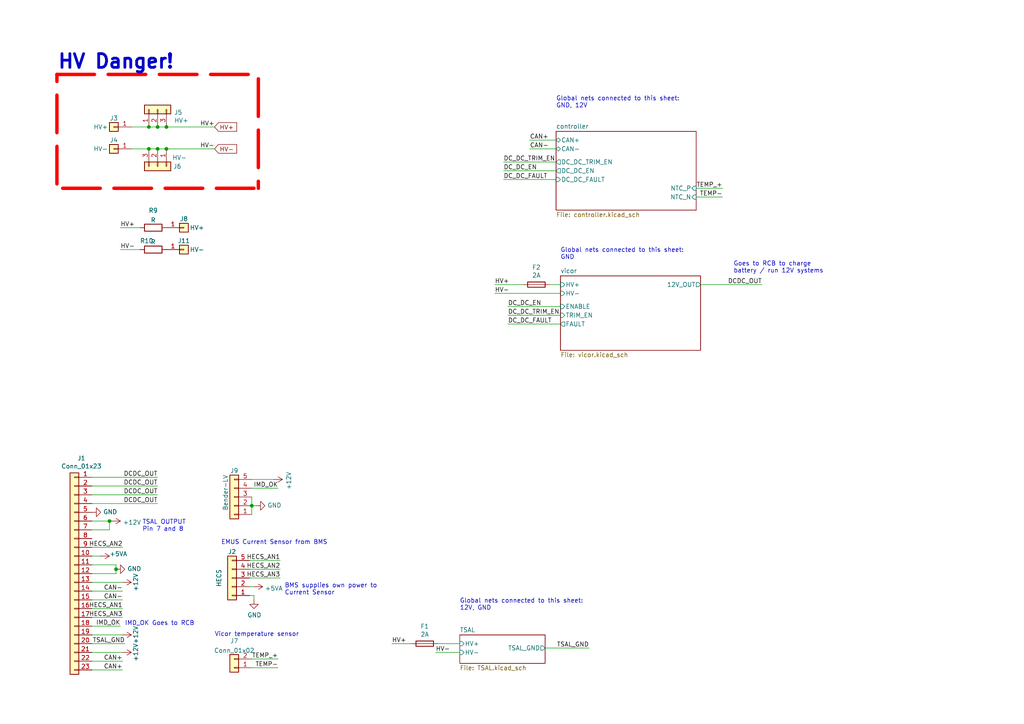
<source format=kicad_sch>
(kicad_sch (version 20211123) (generator eeschema)
  (paper "A4")
  (lib_symbols
    (symbol "Connector_Generic:Conn_01x01" (pin_names (offset 1.016) hide)
      (property "Reference" "J" (at 0 2.54 0))
      (property "Value" "Conn_01x01" (at 0 -2.54 0))
      (symbol "Conn_01x01_1_1"
        (rectangle (start -1.27 0.127) (end 0 -0.127) (stroke (width 0.1524)))
        (rectangle (start -1.27 1.27) (end 1.27 -1.27) (stroke (width 0.254)) (fill (type background)))
        (pin passive line (at -5.08 0 0) (length 3.81) (name "Pin_1") (number "1"))
      )
    )
    (symbol "Connector_Generic:Conn_01x02" (pin_names (offset 1.016) hide)
      (property "Reference" "J" (at 0 2.54 0))
      (property "Value" "Conn_01x02" (at 0 -5.08 0))
      (symbol "Conn_01x02_1_1"
        (rectangle (start -1.27 -2.413) (end 0 -2.667) (stroke (width 0.1524)))
        (rectangle (start -1.27 0.127) (end 0 -0.127) (stroke (width 0.1524)))
        (rectangle (start -1.27 1.27) (end 1.27 -3.81) (stroke (width 0.254)) (fill (type background)))
        (pin passive line (at -5.08 0 0) (length 3.81) (name "Pin_1") (number "1"))
        (pin passive line (at -5.08 -2.54 0) (length 3.81) (name "Pin_2") (number "2"))
      )
    )
    (symbol "Connector_Generic:Conn_01x03" (pin_names (offset 1.016) hide)
      (property "Reference" "J" (at 0 5.08 0))
      (property "Value" "Conn_01x03" (at 0 -5.08 0))
      (symbol "Conn_01x03_1_1"
        (rectangle (start -1.27 -2.413) (end 0 -2.667) (stroke (width 0.1524)))
        (rectangle (start -1.27 0.127) (end 0 -0.127) (stroke (width 0.1524)))
        (rectangle (start -1.27 2.667) (end 0 2.413) (stroke (width 0.1524)))
        (rectangle (start -1.27 3.81) (end 1.27 -3.81) (stroke (width 0.254)) (fill (type background)))
        (pin passive line (at -5.08 2.54 0) (length 3.81) (name "Pin_1") (number "1"))
        (pin passive line (at -5.08 0 0) (length 3.81) (name "Pin_2") (number "2"))
        (pin passive line (at -5.08 -2.54 0) (length 3.81) (name "Pin_3") (number "3"))
      )
    )
    (symbol "Connector_Generic:Conn_01x05" (pin_names (offset 1.016) hide)
      (property "Reference" "J" (at 0 7.62 0))
      (property "Value" "Conn_01x05" (at 0 -7.62 0))
      (symbol "Conn_01x05_1_1"
        (rectangle (start -1.27 -4.953) (end 0 -5.207) (stroke (width 0.1524)))
        (rectangle (start -1.27 -2.413) (end 0 -2.667) (stroke (width 0.1524)))
        (rectangle (start -1.27 0.127) (end 0 -0.127) (stroke (width 0.1524)))
        (rectangle (start -1.27 2.667) (end 0 2.413) (stroke (width 0.1524)))
        (rectangle (start -1.27 5.207) (end 0 4.953) (stroke (width 0.1524)))
        (rectangle (start -1.27 6.35) (end 1.27 -6.35) (stroke (width 0.254)) (fill (type background)))
        (pin passive line (at -5.08 5.08 0) (length 3.81) (name "Pin_1") (number "1"))
        (pin passive line (at -5.08 2.54 0) (length 3.81) (name "Pin_2") (number "2"))
        (pin passive line (at -5.08 0 0) (length 3.81) (name "Pin_3") (number "3"))
        (pin passive line (at -5.08 -2.54 0) (length 3.81) (name "Pin_4") (number "4"))
        (pin passive line (at -5.08 -5.08 0) (length 3.81) (name "Pin_5") (number "5"))
      )
    )
    (symbol "Connector_Generic:Conn_01x23" (pin_names (offset 1.016) hide)
      (property "Reference" "J" (at 0 30.48 0))
      (property "Value" "Conn_01x23" (at 0 -30.48 0))
      (symbol "Conn_01x23_1_1"
        (rectangle (start -1.27 -27.813) (end 0 -28.067) (stroke (width 0.1524)))
        (rectangle (start -1.27 -25.273) (end 0 -25.527) (stroke (width 0.1524)))
        (rectangle (start -1.27 -22.733) (end 0 -22.987) (stroke (width 0.1524)))
        (rectangle (start -1.27 -20.193) (end 0 -20.447) (stroke (width 0.1524)))
        (rectangle (start -1.27 -17.653) (end 0 -17.907) (stroke (width 0.1524)))
        (rectangle (start -1.27 -15.113) (end 0 -15.367) (stroke (width 0.1524)))
        (rectangle (start -1.27 -12.573) (end 0 -12.827) (stroke (width 0.1524)))
        (rectangle (start -1.27 -10.033) (end 0 -10.287) (stroke (width 0.1524)))
        (rectangle (start -1.27 -7.493) (end 0 -7.747) (stroke (width 0.1524)))
        (rectangle (start -1.27 -4.953) (end 0 -5.207) (stroke (width 0.1524)))
        (rectangle (start -1.27 -2.413) (end 0 -2.667) (stroke (width 0.1524)))
        (rectangle (start -1.27 0.127) (end 0 -0.127) (stroke (width 0.1524)))
        (rectangle (start -1.27 2.667) (end 0 2.413) (stroke (width 0.1524)))
        (rectangle (start -1.27 5.207) (end 0 4.953) (stroke (width 0.1524)))
        (rectangle (start -1.27 7.747) (end 0 7.493) (stroke (width 0.1524)))
        (rectangle (start -1.27 10.287) (end 0 10.033) (stroke (width 0.1524)))
        (rectangle (start -1.27 12.827) (end 0 12.573) (stroke (width 0.1524)))
        (rectangle (start -1.27 15.367) (end 0 15.113) (stroke (width 0.1524)))
        (rectangle (start -1.27 17.907) (end 0 17.653) (stroke (width 0.1524)))
        (rectangle (start -1.27 20.447) (end 0 20.193) (stroke (width 0.1524)))
        (rectangle (start -1.27 22.987) (end 0 22.733) (stroke (width 0.1524)))
        (rectangle (start -1.27 25.527) (end 0 25.273) (stroke (width 0.1524)))
        (rectangle (start -1.27 28.067) (end 0 27.813) (stroke (width 0.1524)))
        (rectangle (start -1.27 29.21) (end 1.27 -29.21) (stroke (width 0.254)) (fill (type background)))
        (pin passive line (at -5.08 27.94 0) (length 3.81) (name "Pin_1") (number "1"))
        (pin passive line (at -5.08 5.08 0) (length 3.81) (name "Pin_10") (number "10"))
        (pin passive line (at -5.08 2.54 0) (length 3.81) (name "Pin_11") (number "11"))
        (pin passive line (at -5.08 0 0) (length 3.81) (name "Pin_12") (number "12"))
        (pin passive line (at -5.08 -2.54 0) (length 3.81) (name "Pin_13") (number "13"))
        (pin passive line (at -5.08 -5.08 0) (length 3.81) (name "Pin_14") (number "14"))
        (pin passive line (at -5.08 -7.62 0) (length 3.81) (name "Pin_15") (number "15"))
        (pin passive line (at -5.08 -10.16 0) (length 3.81) (name "Pin_16") (number "16"))
        (pin passive line (at -5.08 -12.7 0) (length 3.81) (name "Pin_17") (number "17"))
        (pin passive line (at -5.08 -15.24 0) (length 3.81) (name "Pin_18") (number "18"))
        (pin passive line (at -5.08 -17.78 0) (length 3.81) (name "Pin_19") (number "19"))
        (pin passive line (at -5.08 25.4 0) (length 3.81) (name "Pin_2") (number "2"))
        (pin passive line (at -5.08 -20.32 0) (length 3.81) (name "Pin_20") (number "20"))
        (pin passive line (at -5.08 -22.86 0) (length 3.81) (name "Pin_21") (number "21"))
        (pin passive line (at -5.08 -25.4 0) (length 3.81) (name "Pin_22") (number "22"))
        (pin passive line (at -5.08 -27.94 0) (length 3.81) (name "Pin_23") (number "23"))
        (pin passive line (at -5.08 22.86 0) (length 3.81) (name "Pin_3") (number "3"))
        (pin passive line (at -5.08 20.32 0) (length 3.81) (name "Pin_4") (number "4"))
        (pin passive line (at -5.08 17.78 0) (length 3.81) (name "Pin_5") (number "5"))
        (pin passive line (at -5.08 15.24 0) (length 3.81) (name "Pin_6") (number "6"))
        (pin passive line (at -5.08 12.7 0) (length 3.81) (name "Pin_7") (number "7"))
        (pin passive line (at -5.08 10.16 0) (length 3.81) (name "Pin_8") (number "8"))
        (pin passive line (at -5.08 7.62 0) (length 3.81) (name "Pin_9") (number "9"))
      )
    )
    (symbol "Device:Fuse" (pin_numbers hide) (pin_names (offset 0))
      (property "Reference" "F" (at 2.032 0 90))
      (property "Value" "Fuse" (at -1.905 0 90))
      (symbol "Fuse_0_1"
        (rectangle (start -0.762 -2.54) (end 0.762 2.54) (stroke (width 0.254)))
        (polyline (pts (xy 0 2.54) (xy 0 -2.54)))
      )
      (symbol "Fuse_1_1"
        (pin passive line (at 0 3.81 270) (length 1.27) (name "~") (number "1"))
        (pin passive line (at 0 -3.81 90) (length 1.27) (name "~") (number "2"))
      )
    )
    (symbol "Device:R" (pin_numbers hide) (pin_names (offset 0))
      (property "Reference" "R" (at 2.032 0 90))
      (property "Value" "R" (at 0 0 90))
      (symbol "R_0_1"
        (rectangle (start -1.016 -2.54) (end 1.016 2.54) (stroke (width 0.254)))
      )
      (symbol "R_1_1"
        (pin passive line (at 0 3.81 270) (length 1.27) (name "~") (number "1"))
        (pin passive line (at 0 -3.81 90) (length 1.27) (name "~") (number "2"))
      )
    )
    (symbol "power:+12V" (power) (pin_names (offset 0))
      (property "Value" "+12V" (at 0 3.556 0))
      (symbol "+12V_0_1"
        (polyline (pts (xy -0.762 1.27) (xy 0 2.54)))
        (polyline (pts (xy 0 0) (xy 0 2.54)))
        (polyline (pts (xy 0 2.54) (xy 0.762 1.27)))
      )
      (symbol "+12V_1_1"
        (pin power_in line (at 0 0 90) (length 0) hide (name "+12V") (number "1"))
      )
    )
    (symbol "power:+5VA" (power) (pin_names (offset 0))
      (property "Value" "+5VA" (at 0 3.556 0))
      (symbol "+5VA_0_1"
        (polyline (pts (xy -0.762 1.27) (xy 0 2.54)))
        (polyline (pts (xy 0 0) (xy 0 2.54)))
        (polyline (pts (xy 0 2.54) (xy 0.762 1.27)))
      )
      (symbol "+5VA_1_1"
        (pin power_in line (at 0 0 90) (length 0) hide (name "+5VA") (number "1"))
      )
    )
    (symbol "power:GND" (power) (pin_names (offset 0))
      (property "Value" "GND" (at 0 -3.81 0))
      (symbol "GND_0_1"
        (polyline (pts (xy 0 0) (xy 0 -1.27) (xy 1.27 -1.27) (xy 0 -2.54) (xy -1.27 -1.27) (xy 0 -1.27)))
      )
      (symbol "GND_1_1"
        (pin power_in line (at 0 0 270) (length 0) hide (name "GND") (number "1"))
      )
    )
  )
  (junction (at 33.655 165.1))
  (junction (at 45.72 43.18))
  (junction (at 45.72 36.83))
  (junction (at 31.75 151.13))
  (junction (at 48.26 43.18))
  (junction (at 43.18 43.18))
  (junction (at 43.18 36.83))
  (junction (at 48.26 36.83))
  (junction (at 73.025 146.685))
  (wire (pts (xy 26.67 140.97) (xy 45.72 140.97)))
  (wire (pts (xy 73.66 170.18) (xy 72.39 170.18)))
  (wire (pts (xy 72.39 167.64) (xy 81.28 167.64)))
  (wire (pts (xy 38.1 43.18) (xy 43.18 43.18)))
  (wire (pts (xy 26.67 171.45) (xy 35.56 171.45)))
  (wire (pts (xy 113.665 186.69) (xy 119.38 186.69)))
  (wire (pts (xy 73.025 146.685) (xy 74.295 146.685)))
  (wire (pts (xy 73.025 141.605) (xy 80.645 141.605)))
  (wire (pts (xy 26.67 191.77) (xy 35.56 191.77)))
  (wire (pts (xy 147.32 88.9) (xy 162.56 88.9)))
  (wire (pts (xy 26.67 138.43) (xy 45.72 138.43)))
  (wire (pts (xy 162.56 82.55) (xy 159.385 82.55)))
  (wire (pts (xy 26.67 158.75) (xy 35.56 158.75)))
  (wire (pts (xy 73.66 172.72) (xy 72.39 172.72)))
  (polyline (pts (xy 73.66 54.61) (xy 16.51 54.61)) (stroke (width 0.9906) (color 255 0 0 1)))
  (wire (pts (xy 26.67 179.07) (xy 35.56 179.07)))
  (wire (pts (xy 203.2 82.55) (xy 220.98 82.55)))
  (wire (pts (xy 26.67 181.61) (xy 34.925 181.61)))
  (wire (pts (xy 36.195 186.69) (xy 26.67 186.69)))
  (wire (pts (xy 26.67 153.67) (xy 31.75 153.67)))
  (wire (pts (xy 33.655 166.37) (xy 26.67 166.37)))
  (wire (pts (xy 26.67 146.05) (xy 45.72 146.05)))
  (wire (pts (xy 170.815 187.96) (xy 158.115 187.96)))
  (wire (pts (xy 73.025 146.685) (xy 73.025 149.225)))
  (wire (pts (xy 26.67 173.99) (xy 35.56 173.99)))
  (wire (pts (xy 26.67 163.83) (xy 33.655 163.83)))
  (polyline (pts (xy 16.51 21.59) (xy 73.66 21.59)) (stroke (width 0.9906) (color 253 0 0 1)))
  (polyline (pts (xy 74.93 22.86) (xy 74.93 54.61)) (stroke (width 0.9906) (color 255 0 0 1)))
  (wire (pts (xy 73.025 191.135) (xy 80.645 191.135)))
  (wire (pts (xy 26.67 189.23) (xy 35.56 189.23)))
  (wire (pts (xy 26.67 184.15) (xy 35.56 184.15)))
  (wire (pts (xy 73.025 139.065) (xy 79.375 139.065)))
  (wire (pts (xy 146.05 52.07) (xy 161.29 52.07)))
  (wire (pts (xy 146.05 46.99) (xy 161.29 46.99)))
  (wire (pts (xy 31.75 153.67) (xy 31.75 151.13)))
  (wire (pts (xy 147.32 91.44) (xy 162.56 91.44)))
  (wire (pts (xy 161.29 40.64) (xy 153.67 40.64)))
  (wire (pts (xy 48.26 43.18) (xy 62.23 43.18)))
  (wire (pts (xy 73.025 144.145) (xy 73.025 146.685)))
  (polyline (pts (xy 16.51 53.34) (xy 16.51 21.59)) (stroke (width 0.9906) (color 255 0 0 1)))
  (wire (pts (xy 43.18 43.18) (xy 45.72 43.18)))
  (wire (pts (xy 43.18 36.83) (xy 45.72 36.83)))
  (wire (pts (xy 72.39 162.56) (xy 81.28 162.56)))
  (wire (pts (xy 126.365 189.23) (xy 133.35 189.23)))
  (wire (pts (xy 147.32 93.98) (xy 162.56 93.98)))
  (wire (pts (xy 73.025 193.675) (xy 80.645 193.675)))
  (wire (pts (xy 146.05 49.53) (xy 161.29 49.53)))
  (wire (pts (xy 45.72 43.18) (xy 48.26 43.18)))
  (wire (pts (xy 201.93 57.15) (xy 209.55 57.15)))
  (wire (pts (xy 29.21 161.29) (xy 26.67 161.29)))
  (wire (pts (xy 143.51 85.09) (xy 162.56 85.09)))
  (wire (pts (xy 26.67 168.91) (xy 35.56 168.91)))
  (wire (pts (xy 33.655 163.83) (xy 33.655 165.1)))
  (wire (pts (xy 34.925 66.04) (xy 40.64 66.04)))
  (wire (pts (xy 72.39 165.1) (xy 81.28 165.1)))
  (wire (pts (xy 31.75 151.13) (xy 32.385 151.13)))
  (wire (pts (xy 127 186.69) (xy 133.35 186.69)))
  (wire (pts (xy 161.29 43.18) (xy 153.67 43.18)))
  (wire (pts (xy 33.655 165.1) (xy 33.655 166.37)))
  (wire (pts (xy 48.26 36.83) (xy 62.23 36.83)))
  (wire (pts (xy 26.67 194.31) (xy 35.56 194.31)))
  (wire (pts (xy 73.66 173.99) (xy 73.66 172.72)))
  (wire (pts (xy 26.67 176.53) (xy 35.56 176.53)))
  (wire (pts (xy 143.51 82.55) (xy 151.765 82.55)))
  (wire (pts (xy 45.72 36.83) (xy 48.26 36.83)))
  (wire (pts (xy 38.1 36.83) (xy 43.18 36.83)))
  (wire (pts (xy 201.93 54.61) (xy 209.55 54.61)))
  (wire (pts (xy 26.67 151.13) (xy 31.75 151.13)))
  (wire (pts (xy 26.67 143.51) (xy 45.72 143.51)))
  (wire (pts (xy 34.925 72.39) (xy 40.64 72.39)))
  (text "Global nets connected to this sheet: \nGND, 12V\n\n\n" (at 161.29 35.56 0) (effects (font (size 1.27 1.27)) (justify left bottom)))
  (text "Global nets connected to this sheet: \n12V, GND" (at 133.35 177.165 0) (effects (font (size 1.27 1.27)) (justify left bottom)))
  (text "IMD_OK Goes to RCB" (at 36.195 181.61 0) (effects (font (size 1.27 1.27)) (justify left bottom)))
  (text "Goes to RCB to charge \nbattery / run 12V systems\n" (at 212.725 79.375 0) (effects (font (size 1.27 1.27)) (justify left bottom)))
  (text "TSAL OUTPUT\nPin 7 and 8" (at 41.275 154.305 0) (effects (font (size 1.27 1.27)) (justify left bottom)))
  (text "Vicor temperature sensor" (at 62.23 184.785 0) (effects (font (size 1.27 1.27)) (justify left bottom)))
  (text "EMUS Current Sensor from BMS" (at 64.135 158.115 0) (effects (font (size 1.27 1.27)) (justify left bottom)))
  (text "Global nets connected to this sheet: \nGND\n\n" (at 162.56 77.47 0) (effects (font (size 1.27 1.27)) (justify left bottom)))
  (text "HV Danger!" (at 16.51 20.32 0) (effects (font (size 3.9878 3.9878) (thickness 0.7976) bold) (justify left bottom)))
  (text "BMS supplies own power to\nCurrent Sensor" (at 82.55 172.72 0) (effects (font (size 1.27 1.27)) (justify left bottom)))
  (label "HECS_AN1" (at 35.56 176.53 180))
  (label "HV-" (at 126.365 189.23 0))
  (label "IMD_OK" (at 80.645 141.605 180))
  (label "CAN-" (at 35.56 173.99 180))
  (label "CAN+" (at 153.67 40.64 0))
  (label "HECS_AN2" (at 35.56 158.75 180))
  (label "TSAL_GND" (at 170.815 187.96 180))
  (label "CAN+" (at 35.56 191.77 180))
  (label "IMD_OK" (at 34.925 181.61 180))
  (label "CAN+" (at 35.56 194.31 180))
  (label "HV-" (at 143.51 85.09 0))
  (label "DC_DC_FAULT" (at 147.32 93.98 0))
  (label "DCDC_OUT" (at 45.72 146.05 180))
  (label "HV+" (at 113.665 186.69 0))
  (label "HECS_AN3" (at 35.56 179.07 180))
  (label "DC_DC_TRIM_EN" (at 146.05 46.99 0))
  (label "DCDC_OUT" (at 45.72 143.51 180))
  (label "DC_DC_EN" (at 146.05 49.53 0))
  (label "DC_DC_FAULT" (at 146.05 52.07 0))
  (label "CAN-" (at 35.56 171.45 180))
  (label "DC_DC_TRIM_EN" (at 147.32 91.44 0))
  (label "HECS_AN2" (at 81.28 165.1 180))
  (label "DC_DC_EN" (at 147.32 88.9 0))
  (label "HV-" (at 34.925 72.39 0))
  (label "HV+" (at 143.51 82.55 0))
  (label "TEMP_+" (at 209.55 54.61 180))
  (label "HV+" (at 62.23 36.83 180))
  (label "HECS_AN3" (at 81.28 167.64 180))
  (label "TEMP_+" (at 80.645 191.135 180))
  (label "TEMP-" (at 209.55 57.15 180))
  (label "HV-" (at 62.23 43.18 180))
  (label "TSAL_GND" (at 36.195 186.69 180))
  (label "DCDC_OUT" (at 45.72 140.97 180))
  (label "TEMP-" (at 80.645 193.675 180))
  (label "HECS_AN1" (at 81.28 162.56 180))
  (label "HV+" (at 34.925 66.04 0))
  (label "CAN-" (at 153.67 43.18 0))
  (label "DCDC_OUT" (at 45.72 138.43 180))
  (label "DCDC_OUT" (at 220.98 82.55 180))
  (global_label "HV+" (shape input) (at 62.23 36.83 0) (property "Intersheet References" "${INTERSHEET_REFS}" (effects hide)))
  (global_label "HV-" (shape input) (at 62.23 43.18 0) (property "Intersheet References" "${INTERSHEET_REFS}" (effects hide)))
  (symbol (lib_id "Connector_Generic:Conn_01x01") (at 33.02 36.83 180) (unit 1)
    (property "Reference" "J3" (at 33.02 34.29 0))
    (property "Value" "HV+" (at 29.21 36.83 0))
    (property "Footprint" "Connector_Hirose:Hirose_DF63M-1P-3.96DSA_1x01_P3.96mm_Vertical" (effects hide))
  )
  (symbol (lib_id "Connector_Generic:Conn_01x05") (at 67.31 167.64 180) (unit 1)
    (property "Reference" "J2" (at 67.31 160.02 0))
    (property "Value" "HECS" (at 63.5 167.64 90))
    (property "Footprint" "Connector_JST:JST_XH_B5B-XH-A_1x05_P2.50mm_Vertical" (effects hide))
  )
  (symbol (lib_id "power:GND") (at 73.66 173.99 0) (unit 1)
    (property "Reference" "#PWR05" (effects hide))
    (property "Value" "GND" (at 73.787 178.3842 0))
  )
  (symbol (lib_id "Connector_Generic:Conn_01x23") (at 21.59 166.37 0) (mirror y) (unit 1)
    (property "Reference" "J1" (at 23.622 132.9182 0))
    (property "Value" "Conn_01x23" (at 23.622 135.2296 0))
    (property "Footprint" "AERO_Footprints:TE_1-776087-1" (effects hide))
  )
  (symbol (lib_id "power:GND") (at 33.655 165.1 90) (unit 1)
    (property "Reference" "#PWR02" (effects hide))
    (property "Value" "GND" (at 36.9062 164.973 90) (effects (justify right)))
  )
  (symbol (lib_id "power:+12V") (at 32.385 151.13 270) (unit 1)
    (property "Reference" "#PWR01" (effects hide))
    (property "Value" "+12V" (at 35.6362 151.511 90) (effects (justify left)))
  )
  (symbol (lib_id "Connector_Generic:Conn_01x05") (at 67.945 144.145 180) (unit 1)
    (property "Reference" "J9" (at 67.945 136.525 0))
    (property "Value" "Bender-LV" (at 65.405 142.875 90))
    (property "Footprint" "Connector_JST:JST_XH_B5B-XH-A_1x05_P2.50mm_Vertical" (effects hide))
  )
  (symbol (lib_id "power:GND") (at 74.295 146.685 90) (unit 1)
    (property "Reference" "#PWR011" (effects hide))
    (property "Value" "GND" (at 77.5462 146.558 90) (effects (justify right)))
  )
  (symbol (lib_id "power:+12V") (at 79.375 139.065 270) (unit 1)
    (property "Reference" "#PWR010" (effects hide))
    (property "Value" "+12V" (at 83.7692 139.446 0))
  )
  (symbol (lib_id "Device:Fuse") (at 155.575 82.55 270) (unit 1)
    (property "Reference" "F2" (at 155.575 77.5462 90))
    (property "Value" "2A" (at 155.575 79.8576 90))
    (property "Footprint" "Fuse:Fuseholder_Cylinder-5x20mm_Schurter_0031_8201_Horizontal_Open" (effects hide))
  )
  (symbol (lib_id "Connector_Generic:Conn_01x03") (at 45.72 31.75 90) (unit 1)
    (property "Reference" "J5" (at 50.4952 32.6136 90) (effects (justify right)))
    (property "Value" "HV+" (at 50.4952 34.925 90) (effects (justify right)))
    (property "Footprint" "Connector_TE-Connectivity:TE_MATE-N-LOK_1-770870-x_1x03_P4.14mm_Vertical" (effects hide))
  )
  (symbol (lib_id "Connector_Generic:Conn_01x03") (at 45.72 48.26 270) (unit 1)
    (property "Reference" "J6" (at 51.435 48.26 90))
    (property "Value" "HV-" (at 52.07 45.72 90))
    (property "Footprint" "Connector_TE-Connectivity:TE_MATE-N-LOK_1-770870-x_1x03_P4.14mm_Vertical" (effects hide))
  )
  (symbol (lib_id "power:+12V") (at 35.56 168.91 270) (mirror x) (unit 1)
    (property "Reference" "#PWR09" (effects hide))
    (property "Value" "+12V" (at 39.37 168.91 0))
  )
  (symbol (lib_id "Device:Fuse") (at 123.19 186.69 270) (unit 1)
    (property "Reference" "F1" (at 123.19 181.6862 90))
    (property "Value" "2A" (at 123.19 183.9976 90))
    (property "Footprint" "Fuse:Fuseholder_Cylinder-5x20mm_Schurter_0031_8201_Horizontal_Open" (effects hide))
  )
  (symbol (lib_id "Connector_Generic:Conn_01x01") (at 33.02 43.18 180) (unit 1)
    (property "Reference" "J4" (at 33.02 40.64 0))
    (property "Value" "HV-" (at 29.21 43.18 0))
    (property "Footprint" "Connector_Hirose:Hirose_DF63M-1P-3.96DSA_1x01_P3.96mm_Vertical" (effects hide))
  )
  (symbol (lib_id "Connector_Generic:Conn_01x01") (at 53.34 66.04 0) (mirror x) (unit 1)
    (property "Reference" "J8" (at 53.34 63.5 0))
    (property "Value" "HV+" (at 57.15 66.04 0))
    (property "Footprint" "Connector_Hirose:Hirose_DF63M-1P-3.96DSA_1x01_P3.96mm_Vertical" (effects hide))
  )
  (symbol (lib_id "power:+5VA") (at 29.21 161.29 270) (unit 1)
    (property "Reference" "#PWR0103" (effects hide))
    (property "Value" "+5VA" (at 31.75 160.655 90) (effects (justify left)))
  )
  (symbol (lib_id "Device:R") (at 44.45 66.04 90) (unit 1)
    (property "Reference" "R9" (at 44.45 61.0575 90))
    (property "Value" "R" (at 44.45 63.8326 90))
    (property "Footprint" "Resistor_THT:R_Axial_Power_L38.0mm_W9.0mm_P45.72mm" (effects hide))
  )
  (symbol (lib_id "power:GND") (at 26.67 148.59 90) (unit 1)
    (property "Reference" "#PWR0111" (effects hide))
    (property "Value" "GND" (at 29.9212 148.463 90) (effects (justify right)))
  )
  (symbol (lib_id "power:+5VA") (at 73.66 170.18 270) (unit 1)
    (property "Reference" "#PWR0104" (effects hide))
    (property "Value" "+5VA" (at 76.835 170.659 90) (effects (justify left)))
  )
  (symbol (lib_id "Device:R") (at 44.45 72.39 90) (unit 1)
    (property "Reference" "R10" (at 42.545 69.85 90))
    (property "Value" "R" (at 44.45 70.1826 90))
    (property "Footprint" "Resistor_THT:R_Axial_Power_L38.0mm_W9.0mm_P45.72mm" (effects hide))
  )
  (symbol (lib_id "Connector_Generic:Conn_01x01") (at 53.34 72.39 0) (mirror x) (unit 1)
    (property "Reference" "J11" (at 53.34 69.85 0))
    (property "Value" "HV-" (at 57.15 72.39 0))
    (property "Footprint" "Connector_Hirose:Hirose_DF63M-1P-3.96DSA_1x01_P3.96mm_Vertical" (effects hide))
  )
  (symbol (lib_id "Connector_Generic:Conn_01x02") (at 67.945 193.675 180) (unit 1)
    (property "Reference" "J7" (at 67.945 185.8985 0))
    (property "Value" "Conn_01x02" (at 67.945 188.6736 0))
    (property "Footprint" "Connector_JST:JST_PH_B2B-PH-K_1x02_P2.00mm_Vertical" (effects hide))
  )
  (symbol (lib_id "power:+12V") (at 35.56 189.23 270) (mirror x) (unit 1)
    (property "Reference" "#PWR0108" (effects hide))
    (property "Value" "+12V" (at 39.37 189.23 0))
  )
  (symbol (lib_id "power:+12V") (at 35.56 184.15 270) (mirror x) (unit 1)
    (property "Reference" "#PWR0107" (effects hide))
    (property "Value" "+12V" (at 39.37 184.15 0))
  )
  (sheet (at 161.29 38.1) (size 40.64 22.86)
    (property "Sheet name" "controller" (at 161.29 37.3884 0) (effects (justify left bottom)))
    (property "Sheet file" "controller.kicad_sch" (at 161.29 61.5446 0) (effects (justify left top)))
    (pin "CAN+" bidirectional (at 161.29 40.64 180))
    (pin "CAN-" bidirectional (at 161.29 43.18 180))
    (pin "DC_DC_EN" output (at 161.29 49.53 180))
    (pin "DC_DC_FAULT" input (at 161.29 52.07 180))
    (pin "DC_DC_TRIM_EN" output (at 161.29 46.99 180))
    (pin "NTC_P" input (at 201.93 54.61 0))
    (pin "NTC_N" input (at 201.93 57.15 0))
  )
  (sheet (at 162.56 80.01) (size 40.64 21.59)
    (property "Sheet name" "vicor" (at 162.56 79.2984 0) (effects (justify left bottom)))
    (property "Sheet file" "vicor.kicad_sch" (at 162.56 102.1846 0) (effects (justify left top)))
    (pin "TRIM_EN" input (at 162.56 91.44 180))
    (pin "ENABLE" input (at 162.56 88.9 180))
    (pin "FAULT" output (at 162.56 93.98 180))
    (pin "HV+" input (at 162.56 82.55 180))
    (pin "HV-" input (at 162.56 85.09 180))
    (pin "12V_OUT" output (at 203.2 82.55 0))
  )
  (sheet (at 133.35 184.15) (size 24.765 8.255)
    (property "Sheet name" "TSAL" (at 133.35 183.4384 0) (effects (justify left bottom)))
    (property "Sheet file" "TSAL.kicad_sch" (at 133.35 192.9896 0) (effects (justify left top)))
    (pin "TSAL_GND" output (at 158.115 187.96 0))
    (pin "HV+" input (at 133.35 186.69 180))
    (pin "HV-" input (at 133.35 189.23 180))
  )
)
</source>
